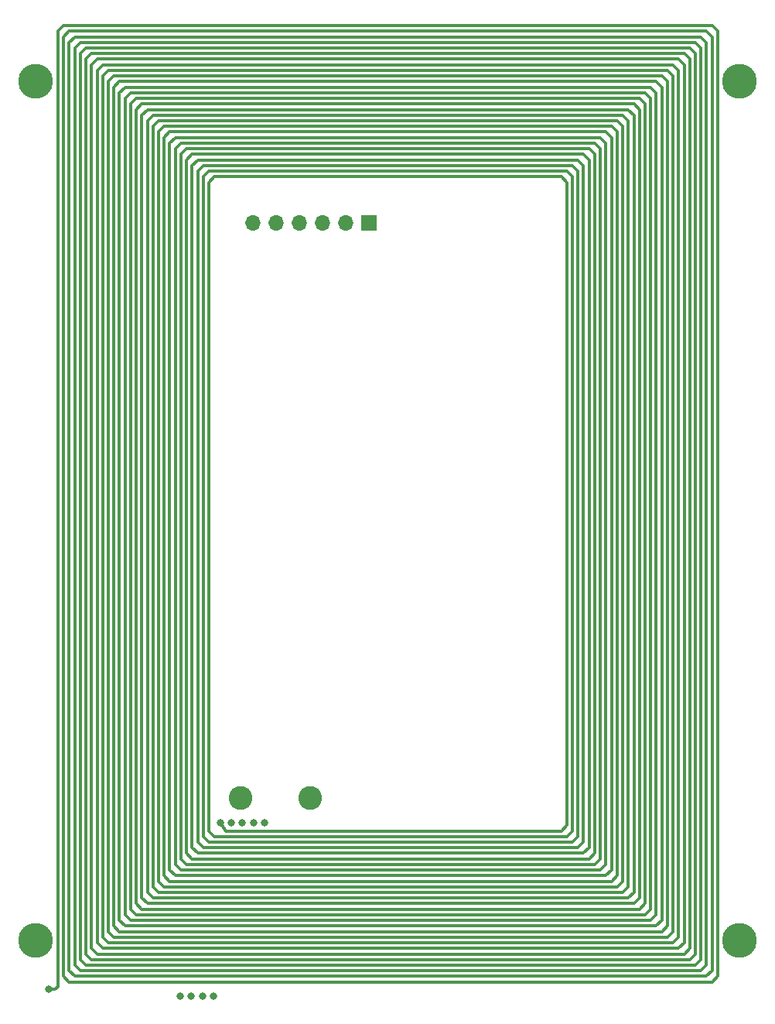
<source format=gtl>
G04 #@! TF.GenerationSoftware,KiCad,Pcbnew,(6.0.5)*
G04 #@! TF.CreationDate,2023-05-08T02:16:42-07:00*
G04 #@! TF.ProjectId,Coil_Panels_XY,436f696c-5f50-4616-9e65-6c735f58592e,rev?*
G04 #@! TF.SameCoordinates,Original*
G04 #@! TF.FileFunction,Copper,L1,Top*
G04 #@! TF.FilePolarity,Positive*
%FSLAX46Y46*%
G04 Gerber Fmt 4.6, Leading zero omitted, Abs format (unit mm)*
G04 Created by KiCad (PCBNEW (6.0.5)) date 2023-05-08 02:16:42*
%MOMM*%
%LPD*%
G01*
G04 APERTURE LIST*
G04 #@! TA.AperFunction,ComponentPad*
%ADD10R,1.700000X1.700000*%
G04 #@! TD*
G04 #@! TA.AperFunction,ComponentPad*
%ADD11O,1.700000X1.700000*%
G04 #@! TD*
G04 #@! TA.AperFunction,ConnectorPad*
%ADD12C,3.800000*%
G04 #@! TD*
G04 #@! TA.AperFunction,ComponentPad*
%ADD13C,2.600000*%
G04 #@! TD*
G04 #@! TA.AperFunction,ViaPad*
%ADD14C,0.800000*%
G04 #@! TD*
G04 #@! TA.AperFunction,Conductor*
%ADD15C,0.306000*%
G04 #@! TD*
G04 APERTURE END LIST*
D10*
X151546000Y-60997997D03*
D11*
X149006000Y-60997997D03*
X146466000Y-60997997D03*
X143926000Y-60997997D03*
X141386000Y-60997997D03*
X138846000Y-60997997D03*
D12*
X192046000Y-139497997D03*
D13*
X192046000Y-139497997D03*
X137492000Y-123944000D03*
X145112000Y-123944000D03*
D12*
X192046000Y-45497997D03*
D13*
X192046000Y-45497997D03*
D12*
X115046000Y-45497997D03*
D13*
X115046000Y-45497997D03*
X115046000Y-139497997D03*
D12*
X115046000Y-139497997D03*
D14*
X135215999Y-126594000D03*
X116460000Y-144830000D03*
X134506000Y-145566000D03*
X136439999Y-126594000D03*
X132058000Y-145566000D03*
X138887999Y-126594000D03*
X130833999Y-145566000D03*
X137663999Y-126594000D03*
X133282000Y-145566000D03*
X140111999Y-126594000D03*
D15*
X182960000Y-136691999D02*
X182348000Y-137303999D01*
X178675999Y-49828000D02*
X179287999Y-50440000D01*
X134604000Y-128124000D02*
X133992000Y-127512000D01*
X188468000Y-40036000D02*
X189080000Y-40648000D01*
X118691999Y-144036000D02*
X189079999Y-144036000D01*
X177451999Y-131183999D02*
X176839999Y-131795999D01*
X117468000Y-40036000D02*
X117468000Y-144532000D01*
X186019999Y-140976000D02*
X121751999Y-140976000D01*
X184796000Y-139751999D02*
X122976000Y-139751999D01*
X129708000Y-52275999D02*
X130320000Y-51664000D01*
X127872000Y-50440000D02*
X127872000Y-133632000D01*
X180512000Y-135467999D02*
X127260000Y-135467999D01*
X189691999Y-40036000D02*
X189079999Y-39424000D01*
X123588000Y-46156000D02*
X123588000Y-137916000D01*
X124200000Y-45544000D02*
X182959999Y-45544000D01*
X130320000Y-132407999D02*
X129708000Y-131795999D01*
X182348000Y-46156000D02*
X182960000Y-46768000D01*
X124812000Y-137916000D02*
X124199999Y-137304000D01*
X186020000Y-43708000D02*
X186020000Y-139751999D01*
X175615999Y-130571999D02*
X132155999Y-130571999D01*
X118079999Y-143424000D02*
X118691999Y-144036000D01*
X119916000Y-42484000D02*
X120528000Y-41872000D01*
X121752000Y-44320000D02*
X122364000Y-43708000D01*
X175004000Y-53500000D02*
X175616000Y-54112000D01*
X132768000Y-55335999D02*
X132768000Y-128736000D01*
X182959999Y-45544000D02*
X183571999Y-46156000D01*
X188468000Y-41260000D02*
X188468000Y-142199999D01*
X128484000Y-51052000D02*
X128484000Y-133020000D01*
X128484000Y-49828000D02*
X178675999Y-49828000D01*
X181124000Y-134855999D02*
X180512000Y-135467999D01*
X118080000Y-39424000D02*
X117468000Y-40036000D01*
X178676000Y-51052000D02*
X178676000Y-132408000D01*
X127260000Y-49828000D02*
X127872000Y-49216000D01*
X189079999Y-144036000D02*
X189691999Y-143424000D01*
X118692000Y-41260000D02*
X119304000Y-40648000D01*
X183572000Y-138527999D02*
X124200000Y-138527999D01*
X188468000Y-143423999D02*
X119304000Y-143423999D01*
X122976000Y-44320000D02*
X184184000Y-44320000D01*
X181736000Y-47992000D02*
X181736000Y-135468000D01*
X184184000Y-45543999D02*
X184184000Y-137915999D01*
X120528000Y-41872000D02*
X186631999Y-41872000D01*
X120528000Y-43096000D02*
X120528000Y-140976000D01*
X182960000Y-46768000D02*
X182960000Y-136691999D01*
X176227999Y-52276000D02*
X176840000Y-52888000D01*
X123588000Y-44932000D02*
X183572000Y-44932000D01*
X126036000Y-136691999D02*
X125424000Y-136079999D01*
X189691999Y-143424000D02*
X189691999Y-40036000D01*
X178675999Y-133631999D02*
X129095999Y-133631999D01*
X125424000Y-46768000D02*
X181736000Y-46768000D01*
X122976000Y-45543999D02*
X122976000Y-138528000D01*
X129096000Y-50440000D02*
X178064000Y-50440000D01*
X133992000Y-56560000D02*
X134604000Y-55948000D01*
X187244000Y-42484000D02*
X187244000Y-140976000D01*
X127260000Y-135467999D02*
X126648000Y-134855999D01*
X178064000Y-133019999D02*
X129708000Y-133019999D01*
X118080000Y-40648000D02*
X118080000Y-143424000D01*
X182959999Y-137916000D02*
X124812000Y-137916000D01*
X179900000Y-48604000D02*
X180512000Y-49216000D01*
X132768000Y-55335999D02*
X133380000Y-54724000D01*
X176227999Y-53500000D02*
X176227999Y-129959999D01*
X179900000Y-134856000D02*
X127872000Y-134856000D01*
X125424000Y-47992000D02*
X126036000Y-47380000D01*
X188468000Y-142199999D02*
X187856000Y-142811999D01*
X122364000Y-43708000D02*
X184796000Y-43708000D01*
X118692000Y-40036000D02*
X188468000Y-40036000D01*
X127872000Y-134856000D02*
X127259999Y-134244000D01*
X119916000Y-41260000D02*
X187244000Y-41260000D01*
X187856000Y-141588000D02*
X187244000Y-142200000D01*
X184184000Y-139139999D02*
X123588000Y-139139999D01*
X176840000Y-52888000D02*
X176840000Y-130571999D01*
X179900000Y-49828000D02*
X179900000Y-133631999D01*
X135827999Y-127512000D02*
X135215999Y-126594000D01*
X122364000Y-140363999D02*
X121751999Y-139751999D01*
X126036000Y-48603999D02*
X126036000Y-135468000D01*
X185408000Y-139139999D02*
X184796000Y-139751999D01*
X127872000Y-49216000D02*
X179287999Y-49216000D01*
X126036000Y-48603999D02*
X126648000Y-47992000D01*
X173167999Y-126900000D02*
X172555999Y-127512000D01*
X185408000Y-140363999D02*
X122364000Y-140363999D01*
X181124000Y-136079999D02*
X126648000Y-136079999D01*
X178064000Y-50440000D02*
X178676000Y-51052000D01*
X179287999Y-134243999D02*
X128484000Y-134243999D01*
X120528000Y-142200000D02*
X119915999Y-141588000D01*
X179287999Y-133019999D02*
X178675999Y-133631999D01*
X122976000Y-139751999D02*
X122364000Y-139139999D01*
X189080000Y-40648000D02*
X189080000Y-142811999D01*
X124200000Y-46768000D02*
X124200000Y-137304000D01*
X133380000Y-54724000D02*
X173780000Y-54724000D01*
X185408000Y-44320000D02*
X185408000Y-139139999D01*
X119304000Y-41871999D02*
X119304000Y-142200000D01*
X172555999Y-127512000D02*
X135827999Y-127512000D01*
X173780000Y-55948000D02*
X173780000Y-127512000D01*
X124812000Y-47380000D02*
X124812000Y-136692000D01*
X178064000Y-131795999D02*
X177452000Y-132407999D01*
X130320000Y-52888000D02*
X130932000Y-52276000D01*
X173168000Y-128124000D02*
X134604000Y-128124000D01*
X122364000Y-44932000D02*
X122976000Y-44320000D01*
X119916000Y-142811999D02*
X119304000Y-142199999D01*
X173780000Y-127512000D02*
X173168000Y-128124000D01*
X179287999Y-49216000D02*
X179900000Y-49828000D01*
X184796000Y-43708000D02*
X185408000Y-44320000D01*
X131544000Y-52888000D02*
X175615999Y-52888000D01*
X181736000Y-46768000D02*
X182348000Y-47380000D01*
X132156000Y-53500000D02*
X175004000Y-53500000D01*
X174392000Y-128123999D02*
X173780000Y-128735999D01*
X129095999Y-133631999D02*
X128483999Y-133019999D01*
X183571999Y-46156000D02*
X183571999Y-137304000D01*
X173167999Y-56560000D02*
X173167999Y-126900000D01*
X121751999Y-140976000D02*
X121139999Y-140364000D01*
X117170000Y-144830000D02*
X116460000Y-144830000D01*
X186631999Y-43096000D02*
X186631999Y-140364000D01*
X133992000Y-128735999D02*
X133379999Y-128123999D01*
X129708000Y-133019999D02*
X129095999Y-132408000D01*
X182348000Y-136079999D02*
X181736000Y-136691999D01*
X122364000Y-44932000D02*
X122364000Y-139140000D01*
X119916000Y-42484000D02*
X119916000Y-141588000D01*
X118080000Y-40648000D02*
X118692000Y-40036000D01*
X126648000Y-49216000D02*
X127260000Y-48604000D01*
X121140000Y-42484000D02*
X186019999Y-42484000D01*
X120528000Y-43096000D02*
X121140000Y-42484000D01*
X129096000Y-51664000D02*
X129096000Y-132408000D01*
X125424000Y-137303999D02*
X124812000Y-136691999D01*
X176839999Y-51664000D02*
X177451999Y-52275999D01*
X175616000Y-54112000D02*
X175616000Y-129347999D01*
X121140000Y-43708000D02*
X121140000Y-140364000D01*
X173168000Y-55336000D02*
X173780000Y-55948000D01*
X121752000Y-44320000D02*
X121752000Y-139752000D01*
X119304000Y-40648000D02*
X187856000Y-40648000D01*
X187244000Y-142200000D02*
X120528000Y-142200000D01*
X181736000Y-136691999D02*
X126036000Y-136691999D01*
X130932000Y-53500000D02*
X130932000Y-130572000D01*
X182348000Y-137303999D02*
X125424000Y-137303999D01*
X180512000Y-49216000D02*
X180512000Y-134244000D01*
X182348000Y-47380000D02*
X182348000Y-136079999D01*
X180512000Y-134244000D02*
X179900000Y-134856000D01*
X124812000Y-46156000D02*
X182348000Y-46156000D01*
X176840000Y-130571999D02*
X176227999Y-131183999D01*
X186019999Y-42484000D02*
X186631999Y-43096000D01*
X176839999Y-131795999D02*
X130932000Y-131795999D01*
X187244000Y-140976000D02*
X186631999Y-141588000D01*
X179287999Y-50440000D02*
X179287999Y-133019999D01*
X132156000Y-54724000D02*
X132768000Y-54112000D01*
X117468000Y-144532000D02*
X117170000Y-144830000D01*
X121752000Y-43096000D02*
X185408000Y-43096000D01*
X133992000Y-56560000D02*
X133992000Y-127512000D01*
X178064000Y-51664000D02*
X178064000Y-131795999D01*
X185408000Y-43096000D02*
X186020000Y-43708000D01*
X175004000Y-54724000D02*
X175004000Y-128735999D01*
X122976000Y-45543999D02*
X123588000Y-44932000D01*
X172555999Y-55948000D02*
X173167999Y-56560000D01*
X189080000Y-142811999D02*
X188468000Y-143423999D01*
X126036000Y-47380000D02*
X181124000Y-47380000D01*
X131544000Y-54112000D02*
X131544000Y-129960000D01*
X173780000Y-54724000D02*
X174392000Y-55335999D01*
X187856000Y-142811999D02*
X119916000Y-142811999D01*
X132768000Y-54112000D02*
X174392000Y-54112000D01*
X181124000Y-48603999D02*
X181124000Y-134855999D01*
X186631999Y-141588000D02*
X121140000Y-141588000D01*
X119304000Y-41871999D02*
X119916000Y-41260000D01*
X174392000Y-129347999D02*
X133380000Y-129347999D01*
X183571999Y-137304000D02*
X182959999Y-137916000D01*
X181124000Y-47380000D02*
X181736000Y-47992000D01*
X121140000Y-43708000D02*
X121752000Y-43096000D01*
X119304000Y-143423999D02*
X118691999Y-142811999D01*
X129708000Y-52275999D02*
X129708000Y-131796000D01*
X174392000Y-55335999D02*
X174392000Y-128123999D01*
X128484000Y-134243999D02*
X127872000Y-133631999D01*
X126648000Y-49216000D02*
X126648000Y-134856000D01*
X176227999Y-131183999D02*
X131544000Y-131183999D01*
X177452000Y-132407999D02*
X130320000Y-132407999D01*
X177451999Y-52275999D02*
X177451999Y-131183999D01*
X186020000Y-139751999D02*
X185408000Y-140363999D01*
X184796000Y-138528000D02*
X184184000Y-139139999D01*
X124812000Y-47380000D02*
X125424000Y-46768000D01*
X132155999Y-130571999D02*
X131543999Y-129959999D01*
X126648000Y-136079999D02*
X126035999Y-135468000D01*
X175004000Y-128735999D02*
X174392000Y-129347999D01*
X189079999Y-39424000D02*
X118080000Y-39424000D01*
X184184000Y-44320000D02*
X184796000Y-44932000D01*
X175615999Y-52888000D02*
X176227999Y-53500000D01*
X174392000Y-54112000D02*
X175004000Y-54724000D01*
X177452000Y-51052000D02*
X178064000Y-51664000D01*
X127260000Y-48604000D02*
X179900000Y-48604000D01*
X132768000Y-129959999D02*
X132155999Y-129347999D01*
X130320000Y-52888000D02*
X130320000Y-131184000D01*
X128484000Y-51052000D02*
X129096000Y-50440000D01*
X175004000Y-129959999D02*
X132768000Y-129959999D01*
X183572000Y-44932000D02*
X184184000Y-45543999D01*
X130320000Y-51664000D02*
X176839999Y-51664000D01*
X133380000Y-129347999D02*
X132768000Y-128735999D01*
X133380000Y-55948000D02*
X133992000Y-55336000D01*
X124200000Y-46768000D02*
X124812000Y-46156000D01*
X124200000Y-138527999D02*
X123588000Y-137915999D01*
X187244000Y-41260000D02*
X187856000Y-41871999D01*
X131544000Y-54112000D02*
X132156000Y-53500000D01*
X123588000Y-46156000D02*
X124200000Y-45544000D01*
X187856000Y-41871999D02*
X187856000Y-141588000D01*
X132156000Y-54724000D02*
X132156000Y-129347999D01*
X184796000Y-44932000D02*
X184796000Y-138528000D01*
X129096000Y-51664000D02*
X129708000Y-51052000D01*
X130932000Y-131795999D02*
X130319999Y-131183999D01*
X176227999Y-129959999D02*
X175615999Y-130571999D01*
X123588000Y-139139999D02*
X122975999Y-138528000D01*
X181736000Y-135468000D02*
X181124000Y-136079999D01*
X133380000Y-55948000D02*
X133380000Y-128124000D01*
X175616000Y-129347999D02*
X175004000Y-129959999D01*
X121140000Y-141588000D02*
X120528000Y-140976000D01*
X184184000Y-137915999D02*
X183572000Y-138527999D01*
X187856000Y-40648000D02*
X188468000Y-41260000D01*
X186631999Y-41872000D02*
X187244000Y-42484000D01*
X178676000Y-132408000D02*
X178064000Y-133019999D01*
X126648000Y-47992000D02*
X180512000Y-47992000D01*
X133992000Y-55336000D02*
X173168000Y-55336000D01*
X129708000Y-51052000D02*
X177452000Y-51052000D01*
X179900000Y-133631999D02*
X179287999Y-134243999D01*
X134604000Y-55948000D02*
X172555999Y-55948000D01*
X127872000Y-50440000D02*
X128484000Y-49828000D01*
X186631999Y-140364000D02*
X186019999Y-140976000D01*
X131544000Y-131183999D02*
X130932000Y-130571999D01*
X173780000Y-128735999D02*
X133992000Y-128735999D01*
X180512000Y-47992000D02*
X181124000Y-48603999D01*
X125424000Y-47992000D02*
X125424000Y-136080000D01*
X130932000Y-52276000D02*
X176227999Y-52276000D01*
X118692000Y-41260000D02*
X118692000Y-142811999D01*
X130932000Y-53500000D02*
X131544000Y-52888000D01*
X127260000Y-49828000D02*
X127260000Y-134244000D01*
M02*

</source>
